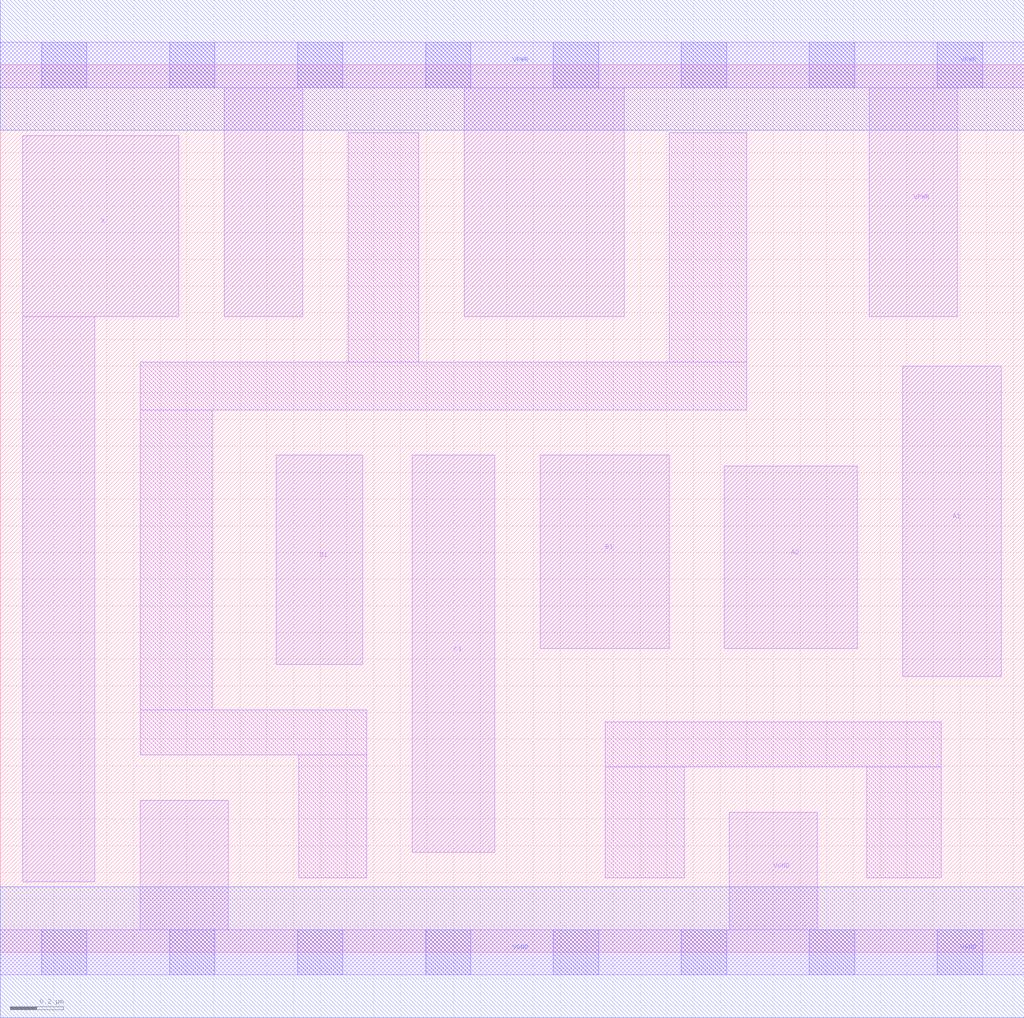
<source format=lef>
# Copyright 2020 The SkyWater PDK Authors
#
# Licensed under the Apache License, Version 2.0 (the "License");
# you may not use this file except in compliance with the License.
# You may obtain a copy of the License at
#
#     https://www.apache.org/licenses/LICENSE-2.0
#
# Unless required by applicable law or agreed to in writing, software
# distributed under the License is distributed on an "AS IS" BASIS,
# WITHOUT WARRANTIES OR CONDITIONS OF ANY KIND, either express or implied.
# See the License for the specific language governing permissions and
# limitations under the License.
#
# SPDX-License-Identifier: Apache-2.0

VERSION 5.7 ;
  NAMESCASESENSITIVE ON ;
  NOWIREEXTENSIONATPIN ON ;
  DIVIDERCHAR "/" ;
  BUSBITCHARS "[]" ;
UNITS
  DATABASE MICRONS 200 ;
END UNITS
MACRO sky130_fd_sc_lp__o2111a_0
  CLASS CORE ;
  SOURCE USER ;
  FOREIGN sky130_fd_sc_lp__o2111a_0 ;
  ORIGIN  0.000000  0.000000 ;
  SIZE  3.840000 BY  3.330000 ;
  SYMMETRY X Y R90 ;
  SITE unit ;
  PIN A1
    ANTENNAGATEAREA  0.159000 ;
    DIRECTION INPUT ;
    USE SIGNAL ;
    PORT
      LAYER li1 ;
        RECT 3.385000 1.035000 3.755000 2.200000 ;
    END
  END A1
  PIN A2
    ANTENNAGATEAREA  0.159000 ;
    DIRECTION INPUT ;
    USE SIGNAL ;
    PORT
      LAYER li1 ;
        RECT 2.715000 1.140000 3.215000 1.825000 ;
    END
  END A2
  PIN B1
    ANTENNAGATEAREA  0.159000 ;
    DIRECTION INPUT ;
    USE SIGNAL ;
    PORT
      LAYER li1 ;
        RECT 2.025000 1.140000 2.510000 1.865000 ;
    END
  END B1
  PIN C1
    ANTENNAGATEAREA  0.159000 ;
    DIRECTION INPUT ;
    USE SIGNAL ;
    PORT
      LAYER li1 ;
        RECT 1.545000 0.375000 1.855000 1.865000 ;
    END
  END C1
  PIN D1
    ANTENNAGATEAREA  0.159000 ;
    DIRECTION INPUT ;
    USE SIGNAL ;
    PORT
      LAYER li1 ;
        RECT 1.035000 1.080000 1.360000 1.865000 ;
    END
  END D1
  PIN X
    ANTENNADIFFAREA  0.280900 ;
    DIRECTION OUTPUT ;
    USE SIGNAL ;
    PORT
      LAYER li1 ;
        RECT 0.085000 0.265000 0.355000 2.385000 ;
        RECT 0.085000 2.385000 0.670000 3.065000 ;
    END
  END X
  PIN VGND
    DIRECTION INOUT ;
    USE GROUND ;
    PORT
      LAYER li1 ;
        RECT 0.000000 -0.085000 3.840000 0.085000 ;
        RECT 0.525000  0.085000 0.855000 0.570000 ;
        RECT 2.735000  0.085000 3.065000 0.525000 ;
      LAYER mcon ;
        RECT 0.155000 -0.085000 0.325000 0.085000 ;
        RECT 0.635000 -0.085000 0.805000 0.085000 ;
        RECT 1.115000 -0.085000 1.285000 0.085000 ;
        RECT 1.595000 -0.085000 1.765000 0.085000 ;
        RECT 2.075000 -0.085000 2.245000 0.085000 ;
        RECT 2.555000 -0.085000 2.725000 0.085000 ;
        RECT 3.035000 -0.085000 3.205000 0.085000 ;
        RECT 3.515000 -0.085000 3.685000 0.085000 ;
      LAYER met1 ;
        RECT 0.000000 -0.245000 3.840000 0.245000 ;
    END
  END VGND
  PIN VPWR
    DIRECTION INOUT ;
    USE POWER ;
    PORT
      LAYER li1 ;
        RECT 0.000000 3.245000 3.840000 3.415000 ;
        RECT 0.840000 2.385000 1.135000 3.245000 ;
        RECT 1.740000 2.385000 2.340000 3.245000 ;
        RECT 3.260000 2.385000 3.590000 3.245000 ;
      LAYER mcon ;
        RECT 0.155000 3.245000 0.325000 3.415000 ;
        RECT 0.635000 3.245000 0.805000 3.415000 ;
        RECT 1.115000 3.245000 1.285000 3.415000 ;
        RECT 1.595000 3.245000 1.765000 3.415000 ;
        RECT 2.075000 3.245000 2.245000 3.415000 ;
        RECT 2.555000 3.245000 2.725000 3.415000 ;
        RECT 3.035000 3.245000 3.205000 3.415000 ;
        RECT 3.515000 3.245000 3.685000 3.415000 ;
      LAYER met1 ;
        RECT 0.000000 3.085000 3.840000 3.575000 ;
    END
  END VPWR
  OBS
    LAYER li1 ;
      RECT 0.525000 0.740000 1.375000 0.910000 ;
      RECT 0.525000 0.910000 0.795000 2.035000 ;
      RECT 0.525000 2.035000 2.800000 2.215000 ;
      RECT 1.120000 0.280000 1.375000 0.740000 ;
      RECT 1.305000 2.215000 1.570000 3.075000 ;
      RECT 2.270000 0.280000 2.565000 0.695000 ;
      RECT 2.270000 0.695000 3.530000 0.865000 ;
      RECT 2.510000 2.215000 2.800000 3.075000 ;
      RECT 3.250000 0.280000 3.530000 0.695000 ;
  END
END sky130_fd_sc_lp__o2111a_0

</source>
